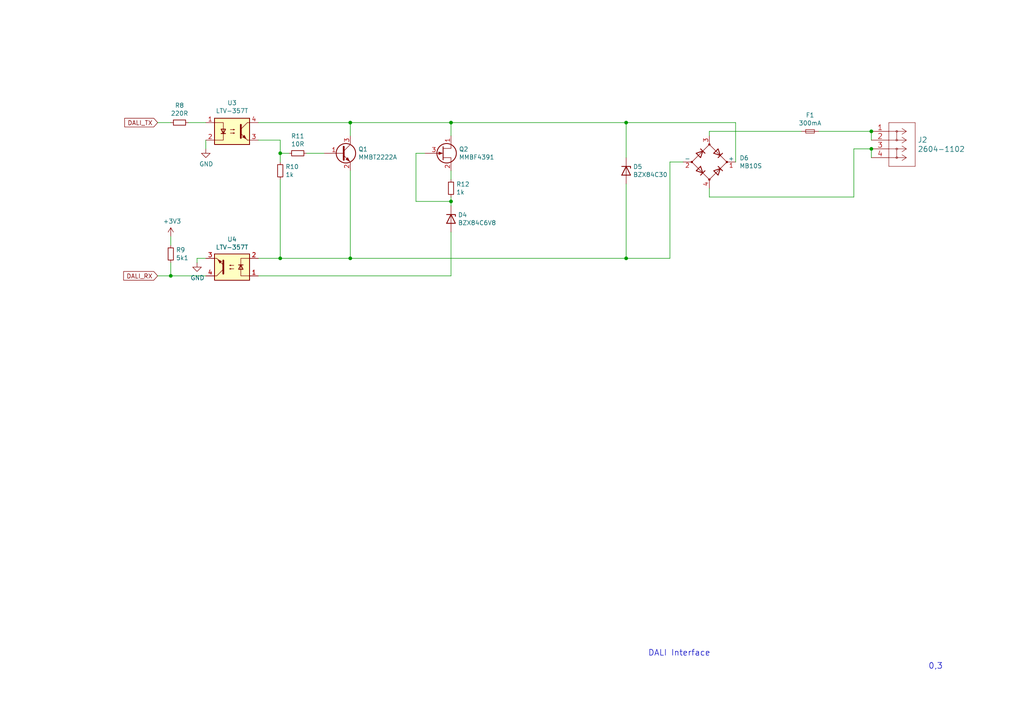
<source format=kicad_sch>
(kicad_sch (version 20211123) (generator eeschema)
  (paper "A4")
  (lib_symbols
    (symbol "2021-04-02_17-26-11:2604-1102" (pin_names (offset 0.254) hide)
      (property "Reference" "J" (at -1.27 11.43 0))
      (property "Value" "2604-1102" (at 0 0 0))
      (symbol "2604-1102_1_1"
        (circle (center -2.794 -2.54) (radius 0.254) (stroke (width 0.127)))
        (circle (center -2.794 0) (radius 0.254) (stroke (width 0.127)))
        (circle (center -2.794 2.54) (radius 0.254) (stroke (width 0.127)))
        (circle (center -2.794 5.08) (radius 0.254) (stroke (width 0.127)))
        (arc (start -2.54 -2.54) (mid -3.048 -2.54) (end -2.54 -2.54) (stroke (width 0.127)))
        (arc (start -2.54 0) (mid -3.048 0) (end -2.54 0) (stroke (width 0.127)))
        (arc (start -2.54 2.54) (mid -3.048 2.54) (end -2.54 2.54) (stroke (width 0.127)))
        (arc (start -2.54 5.08) (mid -3.048 5.08) (end -2.54 5.08) (stroke (width 0.127)))
        (polyline (pts (xy -5.08 -5.08) (xy 2.54 -5.08)) (stroke (width 0.127)))
        (polyline (pts (xy -5.08 7.62) (xy -5.08 -5.08)) (stroke (width 0.127)))
        (polyline (pts (xy -2.794 -0.254) (xy -2.794 -2.286)) (stroke (width 0.127)))
        (polyline (pts (xy -2.794 4.826) (xy -2.794 2.794)) (stroke (width 0.127)))
        (polyline (pts (xy 0 -2.54) (xy -5.08 -2.54)) (stroke (width 0.127)))
        (polyline (pts (xy 0 -2.54) (xy -1.27 -3.3782)) (stroke (width 0.127)))
        (polyline (pts (xy 0 -2.54) (xy -1.27 -1.7018)) (stroke (width 0.127)))
        (polyline (pts (xy 0 0) (xy -5.08 0)) (stroke (width 0.127)))
        (polyline (pts (xy 0 0) (xy -1.27 -0.8382)) (stroke (width 0.127)))
        (polyline (pts (xy 0 0) (xy -1.27 0.8382)) (stroke (width 0.127)))
        (polyline (pts (xy 0 2.54) (xy -5.08 2.54)) (stroke (width 0.127)))
        (polyline (pts (xy 0 2.54) (xy -1.27 1.7018)) (stroke (width 0.127)))
        (polyline (pts (xy 0 2.54) (xy -1.27 3.3782)) (stroke (width 0.127)))
        (polyline (pts (xy 0 5.08) (xy -5.08 5.08)) (stroke (width 0.127)))
        (polyline (pts (xy 0 5.08) (xy -1.27 4.2418)) (stroke (width 0.127)))
        (polyline (pts (xy 0 5.08) (xy -1.27 5.9182)) (stroke (width 0.127)))
        (polyline (pts (xy 2.54 -5.08) (xy 2.54 7.62)) (stroke (width 0.127)))
        (polyline (pts (xy 2.54 7.62) (xy -5.08 7.62)) (stroke (width 0.127)))
        (pin passive line (at -10.16 5.08 0) (length 5.08) (name "1") (number "1"))
        (pin passive line (at -10.16 2.54 0) (length 5.08) (name "2") (number "2"))
        (pin passive line (at -10.16 0 0) (length 5.08) (name "3") (number "3"))
        (pin passive line (at -10.16 -2.54 0) (length 5.08) (name "4") (number "4"))
      )
    )
    (symbol "Device:D_Bridge_+-AA" (pin_names (offset 0))
      (property "Reference" "D" (at 2.54 6.985 0))
      (property "Value" "D_Bridge_+-AA" (at 2.54 5.08 0))
      (symbol "D_Bridge_+-AA_0_1"
        (circle (center -5.08 0) (radius 0.254) (fill (type outline)))
        (circle (center 0 -5.08) (radius 0.254) (fill (type outline)))
        (polyline (pts (xy -2.54 3.81) (xy -1.27 2.54)) (stroke (width 0.254)))
        (polyline (pts (xy -1.27 -2.54) (xy -2.54 -3.81)) (stroke (width 0.254)))
        (polyline (pts (xy 2.54 -1.27) (xy 3.81 -2.54)) (stroke (width 0.254)))
        (polyline (pts (xy 2.54 1.27) (xy 3.81 2.54)) (stroke (width 0.254)))
        (polyline (pts (xy -3.81 2.54) (xy -2.54 1.27) (xy -1.905 3.175) (xy -3.81 2.54)) (stroke (width 0.254)))
        (polyline (pts (xy -2.54 -1.27) (xy -3.81 -2.54) (xy -1.905 -3.175) (xy -2.54 -1.27)) (stroke (width 0.254)))
        (polyline (pts (xy 1.27 2.54) (xy 2.54 3.81) (xy 3.175 1.905) (xy 1.27 2.54)) (stroke (width 0.254)))
        (polyline (pts (xy 3.175 -1.905) (xy 1.27 -2.54) (xy 2.54 -3.81) (xy 3.175 -1.905)) (stroke (width 0.254)))
        (polyline (pts (xy -5.08 0) (xy 0 -5.08) (xy 5.08 0) (xy 0 5.08) (xy -5.08 0)))
        (circle (center 0 5.08) (radius 0.254) (fill (type outline)))
        (circle (center 5.08 0) (radius 0.254) (fill (type outline)))
      )
      (symbol "D_Bridge_+-AA_1_1"
        (pin passive line (at 7.62 0 180) (length 2.54) (name "+") (number "1"))
        (pin passive line (at -7.62 0 0) (length 2.54) (name "-") (number "2"))
        (pin passive line (at 0 7.62 270) (length 2.54) (name "~") (number "3"))
        (pin passive line (at 0 -7.62 90) (length 2.54) (name "~") (number "4"))
      )
    )
    (symbol "Device:Fuse_Small" (pin_numbers hide) (pin_names (offset 0.254) hide)
      (property "Reference" "F" (at 0 -1.524 0))
      (property "Value" "Fuse_Small" (at 0 1.524 0))
      (symbol "Fuse_Small_0_1"
        (rectangle (start -1.27 0.508) (end 1.27 -0.508))
        (polyline (pts (xy -1.27 0) (xy 1.27 0)))
      )
      (symbol "Fuse_Small_1_1"
        (pin passive line (at -2.54 0 0) (length 1.27) (name "~") (number "1"))
        (pin passive line (at 2.54 0 180) (length 1.27) (name "~") (number "2"))
      )
    )
    (symbol "Device:Q_NJFET_DSG" (pin_names (offset 0) hide)
      (property "Reference" "Q" (at 5.08 1.27 0))
      (property "Value" "Q_NJFET_DSG" (at 5.08 -1.27 0))
      (symbol "Q_NJFET_DSG_0_1"
        (polyline (pts (xy 0.254 1.905) (xy 0.254 -1.905) (xy 0.254 -1.905)) (stroke (width 0.254)))
        (polyline (pts (xy 2.54 -2.54) (xy 2.54 -1.27) (xy 0.254 -1.27)))
        (polyline (pts (xy 2.54 2.54) (xy 2.54 1.397) (xy 0.254 1.397)))
        (polyline (pts (xy 0 0) (xy -1.016 0.381) (xy -1.016 -0.381) (xy 0 0)) (fill (type outline)))
        (circle (center 1.27 0) (radius 2.8194) (stroke (width 0.254)))
      )
      (symbol "Q_NJFET_DSG_1_1"
        (pin passive line (at 2.54 5.08 270) (length 2.54) (name "D") (number "1"))
        (pin passive line (at 2.54 -5.08 90) (length 2.54) (name "S") (number "2"))
        (pin input line (at -5.08 0 0) (length 5.334) (name "G") (number "3"))
      )
    )
    (symbol "Device:R_Small" (pin_numbers hide) (pin_names (offset 0.254) hide)
      (property "Reference" "R" (at 0.762 0.508 0))
      (property "Value" "R_Small" (at 0.762 -1.016 0))
      (symbol "R_Small_0_1"
        (rectangle (start -0.762 1.778) (end 0.762 -1.778) (stroke (width 0.2032)))
      )
      (symbol "R_Small_1_1"
        (pin passive line (at 0 2.54 270) (length 0.762) (name "~") (number "1"))
        (pin passive line (at 0 -2.54 90) (length 0.762) (name "~") (number "2"))
      )
    )
    (symbol "Diode:ZMYxx" (pin_numbers hide) (pin_names (offset 1.016) hide)
      (property "Reference" "D" (at 0 2.54 0))
      (property "Value" "ZMYxx" (at 0 -2.54 0))
      (symbol "ZMYxx_0_1"
        (polyline (pts (xy 1.27 0) (xy -1.27 0)))
        (polyline (pts (xy -1.27 -1.27) (xy -1.27 1.27) (xy -0.762 1.27)) (stroke (width 0.254)))
        (polyline (pts (xy 1.27 -1.27) (xy 1.27 1.27) (xy -1.27 0) (xy 1.27 -1.27)) (stroke (width 0.254)))
      )
      (symbol "ZMYxx_1_1"
        (pin passive line (at -3.81 0 0) (length 2.54) (name "K") (number "1"))
        (pin passive line (at 3.81 0 180) (length 2.54) (name "A") (number "2"))
      )
    )
    (symbol "Isolator:LTV-357T" (pin_names (offset 1.016))
      (property "Reference" "U" (at -5.334 4.826 0))
      (property "Value" "LTV-357T" (at 0 5.08 0))
      (symbol "LTV-357T_0_1"
        (rectangle (start -5.08 3.81) (end 5.08 -3.81) (stroke (width 0.254)) (fill (type background)))
        (polyline (pts (xy -3.175 -0.635) (xy -1.905 -0.635)) (stroke (width 0.254)))
        (polyline (pts (xy 2.54 0.635) (xy 4.445 2.54)))
        (polyline (pts (xy 4.445 -2.54) (xy 2.54 -0.635)) (fill (type outline)))
        (polyline (pts (xy 4.445 -2.54) (xy 5.08 -2.54)))
        (polyline (pts (xy 4.445 2.54) (xy 5.08 2.54)))
        (polyline (pts (xy -5.08 2.54) (xy -2.54 2.54) (xy -2.54 -0.762)))
        (polyline (pts (xy -2.54 -0.635) (xy -2.54 -2.54) (xy -5.08 -2.54)))
        (polyline (pts (xy 2.54 1.905) (xy 2.54 -1.905) (xy 2.54 -1.905)) (stroke (width 0.508)))
        (polyline (pts (xy -2.54 -0.635) (xy -3.175 0.635) (xy -1.905 0.635) (xy -2.54 -0.635)) (stroke (width 0.254)))
        (polyline (pts (xy -0.508 -0.508) (xy 0.762 -0.508) (xy 0.381 -0.635) (xy 0.381 -0.381) (xy 0.762 -0.508)))
        (polyline (pts (xy -0.508 0.508) (xy 0.762 0.508) (xy 0.381 0.381) (xy 0.381 0.635) (xy 0.762 0.508)))
        (polyline (pts (xy 3.048 -1.651) (xy 3.556 -1.143) (xy 4.064 -2.159) (xy 3.048 -1.651) (xy 3.048 -1.651)) (fill (type outline)))
      )
      (symbol "LTV-357T_1_1"
        (pin passive line (at -7.62 2.54 0) (length 2.54) (name "~") (number "1"))
        (pin passive line (at -7.62 -2.54 0) (length 2.54) (name "~") (number "2"))
        (pin passive line (at 7.62 -2.54 180) (length 2.54) (name "~") (number "3"))
        (pin passive line (at 7.62 2.54 180) (length 2.54) (name "~") (number "4"))
      )
    )
    (symbol "Transistor_BJT:MMBT5550L" (pin_names (offset 0) hide)
      (property "Reference" "Q" (at 5.08 1.905 0))
      (property "Value" "MMBT5550L" (at 5.08 0 0))
      (symbol "MMBT5550L_0_1"
        (polyline (pts (xy 0.635 0.635) (xy 2.54 2.54)))
        (polyline (pts (xy 0.635 -0.635) (xy 2.54 -2.54) (xy 2.54 -2.54)))
        (polyline (pts (xy 0.635 1.905) (xy 0.635 -1.905) (xy 0.635 -1.905)) (stroke (width 0.508)))
        (polyline (pts (xy 1.27 -1.778) (xy 1.778 -1.27) (xy 2.286 -2.286) (xy 1.27 -1.778) (xy 1.27 -1.778)) (fill (type outline)))
        (circle (center 1.27 0) (radius 2.8194) (stroke (width 0.254)))
      )
      (symbol "MMBT5550L_1_1"
        (pin input line (at -5.08 0 0) (length 5.715) (name "B") (number "1"))
        (pin passive line (at 2.54 -5.08 90) (length 2.54) (name "E") (number "2"))
        (pin passive line (at 2.54 5.08 270) (length 2.54) (name "C") (number "3"))
      )
    )
    (symbol "power:+3.3V" (power) (pin_names (offset 0))
      (property "Value" "+3.3V" (at 0 3.556 0))
      (symbol "+3.3V_0_1"
        (polyline (pts (xy -0.762 1.27) (xy 0 2.54)))
        (polyline (pts (xy 0 0) (xy 0 2.54)))
        (polyline (pts (xy 0 2.54) (xy 0.762 1.27)))
      )
      (symbol "+3.3V_1_1"
        (pin power_in line (at 0 0 90) (length 0) hide (name "+3V3") (number "1"))
      )
    )
    (symbol "power:GND" (power) (pin_names (offset 0))
      (property "Value" "GND" (at 0 -3.81 0))
      (symbol "GND_0_1"
        (polyline (pts (xy 0 0) (xy 0 -1.27) (xy 1.27 -1.27) (xy 0 -2.54) (xy -1.27 -1.27) (xy 0 -1.27)))
      )
      (symbol "GND_1_1"
        (pin power_in line (at 0 0 270) (length 0) hide (name "GND") (number "1"))
      )
    )
  )
  (junction (at 181.61 35.56))
  (junction (at 101.6 35.56))
  (junction (at 101.6 74.93))
  (junction (at 252.73 43.18))
  (junction (at 49.53 80.01))
  (junction (at 130.81 58.42))
  (junction (at 130.81 35.56))
  (junction (at 252.73 38.1))
  (junction (at 181.61 74.93))
  (junction (at 81.28 44.45))
  (junction (at 81.28 74.93))
  (wire (pts (xy 194.31 74.93) (xy 194.31 46.99)))
  (wire (pts (xy 252.73 43.18) (xy 247.65 43.18)))
  (wire (pts (xy 247.65 43.18) (xy 247.65 57.15)))
  (wire (pts (xy 130.81 35.56) (xy 181.61 35.56)))
  (wire (pts (xy 74.93 74.93) (xy 81.28 74.93)))
  (wire (pts (xy 101.6 39.37) (xy 101.6 35.56)))
  (wire (pts (xy 81.28 44.45) (xy 83.82 44.45)))
  (wire (pts (xy 54.61 35.56) (xy 59.69 35.56)))
  (wire (pts (xy 57.15 74.93) (xy 59.69 74.93)))
  (wire (pts (xy 74.93 35.56) (xy 101.6 35.56)))
  (wire (pts (xy 88.9 44.45) (xy 93.98 44.45)))
  (wire (pts (xy 252.73 40.64) (xy 252.73 38.1)))
  (wire (pts (xy 130.81 59.69) (xy 130.81 58.42)))
  (wire (pts (xy 130.81 39.37) (xy 130.81 35.56)))
  (wire (pts (xy 130.81 80.01) (xy 130.81 67.31)))
  (wire (pts (xy 81.28 40.64) (xy 81.28 44.45)))
  (wire (pts (xy 247.65 57.15) (xy 205.74 57.15)))
  (wire (pts (xy 194.31 46.99) (xy 198.12 46.99)))
  (wire (pts (xy 181.61 53.34) (xy 181.61 74.93)))
  (wire (pts (xy 49.53 76.2) (xy 49.53 80.01)))
  (wire (pts (xy 74.93 40.64) (xy 81.28 40.64)))
  (wire (pts (xy 101.6 49.53) (xy 101.6 74.93)))
  (wire (pts (xy 194.31 74.93) (xy 181.61 74.93)))
  (wire (pts (xy 74.93 80.01) (xy 130.81 80.01)))
  (wire (pts (xy 232.41 38.1) (xy 205.74 38.1)))
  (wire (pts (xy 130.81 58.42) (xy 120.65 58.42)))
  (wire (pts (xy 101.6 74.93) (xy 181.61 74.93)))
  (wire (pts (xy 181.61 35.56) (xy 181.61 45.72)))
  (wire (pts (xy 45.72 35.56) (xy 49.53 35.56)))
  (wire (pts (xy 130.81 58.42) (xy 130.81 57.15)))
  (wire (pts (xy 49.53 80.01) (xy 59.69 80.01)))
  (wire (pts (xy 120.65 58.42) (xy 120.65 44.45)))
  (wire (pts (xy 130.81 52.07) (xy 130.81 49.53)))
  (wire (pts (xy 205.74 38.1) (xy 205.74 39.37)))
  (wire (pts (xy 213.36 46.99) (xy 213.36 35.56)))
  (wire (pts (xy 81.28 44.45) (xy 81.28 46.99)))
  (wire (pts (xy 120.65 44.45) (xy 123.19 44.45)))
  (wire (pts (xy 49.53 71.12) (xy 49.53 68.58)))
  (wire (pts (xy 237.49 38.1) (xy 252.73 38.1)))
  (wire (pts (xy 45.72 80.01) (xy 49.53 80.01)))
  (wire (pts (xy 205.74 57.15) (xy 205.74 54.61)))
  (wire (pts (xy 252.73 43.18) (xy 252.73 45.72)))
  (wire (pts (xy 81.28 52.07) (xy 81.28 74.93)))
  (wire (pts (xy 57.15 76.2) (xy 57.15 74.93)))
  (wire (pts (xy 81.28 74.93) (xy 101.6 74.93)))
  (wire (pts (xy 101.6 35.56) (xy 130.81 35.56)))
  (wire (pts (xy 181.61 35.56) (xy 213.36 35.56)))
  (wire (pts (xy 59.69 40.64) (xy 59.69 43.18)))
  (text "DALI Interface" (at 187.96 190.5 0) (effects (font (size 1.7018 1.7018)) (justify left bottom)))
  (text "0,3" (at 269.24 194.31 0) (effects (font (size 1.7018 1.7018)) (justify left bottom)))
  (global_label "DALI_TX" (shape input) (at 45.72 35.56 180) (property "Intersheet References" "${INTERSHEET_REFS}" (effects hide)))
  (global_label "DALI_RX" (shape input) (at 45.72 80.01 180) (property "Intersheet References" "${INTERSHEET_REFS}" (effects hide)))
  (symbol (lib_id "Device:Fuse_Small") (at 234.95 38.1 0) (unit 1)
    (property "Reference" "F1" (at 234.95 33.401 0))
    (property "Value" "300mA" (at 234.95 35.7124 0))
    (property "Footprint" "Fuse:Fuse_1210_3225Metric" (effects hide))
    (property "Datasheet" "${KIPRJMOD}/datasheets/TECHFUSE-SMD1210-010_C70086.pdf" (effects hide))
    (property "Reichelt" " LITT 1210L010WR" (effects hide))
    (property "LCSC" "C70086" (effects hide))
  )
  (symbol (lib_id "Device:D_Bridge_+-AA") (at 205.74 46.99 0) (unit 1)
    (property "Reference" "D6" (at 214.4776 45.8216 0) (effects (justify left)))
    (property "Value" "MB10S" (at 214.4776 48.133 0) (effects (justify left)))
    (property "Footprint" "Package_TO_SOT_SMD:TO-269AA" (effects hide))
    (property "Datasheet" "${KIPRJMOD}/1903051030_MDD-Jiangsu-Yutai-Elec-MB10S_C2488.pdf" (effects hide))
    (property "Digikey" "MB4SCT-ND " (effects hide))
    (property "LCSC" "C2488" (effects hide))
  )
  (symbol (lib_id "Isolator:LTV-357T") (at 67.31 38.1 0) (unit 1)
    (property "Reference" "U3" (at 67.31 29.845 0))
    (property "Value" "LTV-357T" (at 67.31 32.1564 0))
    (property "Footprint" "Package_SO:SO-4_4.4x3.6mm_P2.54mm" (effects hide))
    (property "Datasheet" "${KIPRJMOD}/datasheets/Lite-On-LTV-357T-B_C33068.pdf" (effects hide))
    (property "Digikey" "LTV-357T" (effects hide))
    (property "LCSC" "C33068" (effects hide))
  )
  (symbol (lib_id "Isolator:LTV-357T") (at 67.31 77.47 180) (unit 1)
    (property "Reference" "U4" (at 67.31 69.4182 0))
    (property "Value" "LTV-357T" (at 67.31 71.7296 0))
    (property "Footprint" "Package_SO:SO-4_4.4x3.6mm_P2.54mm" (effects hide))
    (property "Datasheet" "${KIPRJMOD}/datasheets/Lite-On-LTV-357T-B_C33068.pdf" (effects hide))
    (property "Digikey" "LTV-357T" (effects hide))
    (property "LCSC" "C33068" (effects hide))
  )
  (symbol (lib_id "Device:R_Small") (at 52.07 35.56 270) (unit 1)
    (property "Reference" "R8" (at 52.07 30.5816 90))
    (property "Value" "220R" (at 52.07 32.893 90))
    (property "Footprint" "Resistor_SMD:R_0603_1608Metric" (effects hide))
    (property "Datasheet" "${KIPRJMOD}/datasheets/Uniroyal-Elec-0603WAF2200T5E_C22962.pdf" (effects hide))
    (property "Reichelt" "SORT 1206 R25E12" (effects hide))
    (property "LCSC" "C22962" (effects hide))
  )
  (symbol (lib_id "Device:R_Small") (at 49.53 73.66 0) (unit 1)
    (property "Reference" "R9" (at 51.0286 72.4916 0) (effects (justify left)))
    (property "Value" "5k1" (at 51.0286 74.803 0) (effects (justify left)))
    (property "Footprint" "Resistor_SMD:R_0603_1608Metric" (effects hide))
    (property "Datasheet" "${KIPRJMOD}/datasheets/1912111437_Resistor-Today-ETCR0603F5K10K9_C365441.pdf" (effects hide))
    (property "Reichelt" "SORT 1206 R25E12" (effects hide))
    (property "LCSC" "C365441" (effects hide))
  )
  (symbol (lib_id "power:+3.3V") (at 49.53 68.58 0) (unit 1)
    (property "Reference" "#PWR0127" (effects hide))
    (property "Value" "+3.3V" (at 49.911 64.1858 0))
  )
  (symbol (lib_id "power:GND") (at 59.69 43.18 0) (unit 1)
    (property "Reference" "#PWR0128" (effects hide))
    (property "Value" "GND" (at 59.817 47.5742 0))
  )
  (symbol (lib_id "power:GND") (at 57.15 76.2 0) (unit 1)
    (property "Reference" "#PWR0129" (effects hide))
    (property "Value" "GND" (at 57.277 80.5942 0))
  )
  (symbol (lib_id "Transistor_BJT:MMBT5550L") (at 99.06 44.45 0) (unit 1)
    (property "Reference" "Q1" (at 103.9114 43.2816 0) (effects (justify left)))
    (property "Value" "MMBT2222A" (at 103.9114 45.593 0) (effects (justify left)))
    (property "Footprint" "Package_TO_SOT_SMD:SOT-23" (effects hide))
    (property "Datasheet" "${KIPRJMOD}/datasheets/Semtech-MMBT2222A_C83939.pdf" (effects hide))
    (property "Digikey" " MMBT5550LT3G" (effects hide))
    (property "LCSC" "C83939" (effects hide))
  )
  (symbol (lib_id "Device:R_Small") (at 86.36 44.45 270) (unit 1)
    (property "Reference" "R11" (at 86.36 39.4716 90))
    (property "Value" "10R" (at 86.36 41.783 90))
    (property "Footprint" "Resistor_SMD:R_0603_1608Metric" (effects hide))
    (property "Datasheet" "${KIPRJMOD}/datasheets/Uniroyal-Elec-0603WAF100JT5E_C22859.pdf" (effects hide))
    (property "Reichelt" "SORT 1206 R25E12" (effects hide))
    (property "LCSC" "C22859" (effects hide))
  )
  (symbol (lib_id "Device:R_Small") (at 81.28 49.53 0) (unit 1)
    (property "Reference" "R10" (at 82.7786 48.3616 0) (effects (justify left)))
    (property "Value" "1k" (at 82.7786 50.673 0) (effects (justify left)))
    (property "Footprint" "Resistor_SMD:R_0603_1608Metric" (effects hide))
    (property "Datasheet" "${KIPRJMOD}/datasheets/Uniroyal-Elec-0603WAF1001T5E_C21190.pdf" (effects hide))
    (property "Reichelt" "SORT 1206 R25E12" (effects hide))
    (property "LCSC" "C21190" (effects hide))
  )
  (symbol (lib_id "Diode:ZMYxx") (at 181.61 49.53 270) (unit 1)
    (property "Reference" "D5" (at 183.6166 48.3616 90) (effects (justify left)))
    (property "Value" "BZX84C30" (at 183.6166 50.673 90) (effects (justify left)))
    (property "Footprint" "Diode_SMD:D_SOT-23_ANK" (effects hide))
    (property "Datasheet" "${KIPRJMOD}/datasheets/Semtech-BZX84C30_C118586.pdf" (effects hide))
    (property "Digikey" "112-BZX84C30-E3-08CT-ND " (effects hide))
    (property "LCSC" "C118586" (effects hide))
  )
  (symbol (lib_id "Device:Q_NJFET_DSG") (at 128.27 44.45 0) (unit 1)
    (property "Reference" "Q2" (at 133.096 43.2816 0) (effects (justify left)))
    (property "Value" "MMBF4391" (at 133.096 45.593 0) (effects (justify left)))
    (property "Footprint" "Package_TO_SOT_SMD:SOT-23" (effects hide))
    (property "Datasheet" "${KIPRJMOD}/datasheets/ON-Semicon-ON-MMBF4391LT1G_C153770.pdf" (effects hide))
    (property "Reichelt" "MMBF4391LT1G" (effects hide))
    (property "LCSC" "C153770" (effects hide))
  )
  (symbol (lib_id "Diode:ZMYxx") (at 130.81 63.5 270) (unit 1)
    (property "Reference" "D4" (at 132.8166 62.3316 90) (effects (justify left)))
    (property "Value" "BZX84C6V8" (at 132.8166 64.643 90) (effects (justify left)))
    (property "Footprint" "Diode_SMD:D_SOT-23_ANK" (effects hide))
    (property "Datasheet" "${KIPRJMOD}/datasheets/1810301513_onsemi-BZX84C6V8LT1G_C90848.pdf" (effects hide))
    (property "Digikey" " 	BZX84C3V9FSCT-ND " (effects hide))
    (property "LCSC" "C90848 " (effects hide))
  )
  (symbol (lib_id "Device:R_Small") (at 130.81 54.61 0) (unit 1)
    (property "Reference" "R12" (at 132.3086 53.4416 0) (effects (justify left)))
    (property "Value" "1k" (at 132.3086 55.753 0) (effects (justify left)))
    (property "Footprint" "Resistor_SMD:R_0603_1608Metric" (effects hide))
    (property "Datasheet" "${KIPRJMOD}/datasheets/Uniroyal-Elec-0603WAF1001T5E_C21190.pdf" (effects hide))
    (property "Reichelt" "SORT 1206 R25E12" (effects hide))
    (property "LCSC" "C21190" (effects hide))
  )
  (symbol (lib_id "2021-04-02_17-26-11:2604-1102") (at 262.89 43.18 0) (unit 1)
    (property "Reference" "J2" (at 266.1412 40.5638 0) (effects (font (size 1.524 1.524)) (justify left)))
    (property "Value" "2604-1102" (at 266.1412 43.2562 0) (effects (font (size 1.524 1.524)) (justify left)))
    (property "Footprint" "DALI_USB V0:2604-1102" (effects hide))
    (property "Datasheet" "${KIPRJMOD}/datasheets/Datenblatt_2604-1102_02.04.2021.pdf" (effects hide))
  )
)
</source>
